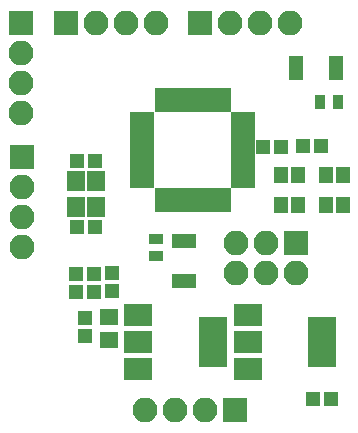
<source format=gbr>
G04 #@! TF.FileFunction,Soldermask,Top*
%FSLAX46Y46*%
G04 Gerber Fmt 4.6, Leading zero omitted, Abs format (unit mm)*
G04 Created by KiCad (PCBNEW 4.0.7) date 11/26/17 09:03:08*
%MOMM*%
%LPD*%
G01*
G04 APERTURE LIST*
%ADD10C,0.100000*%
%ADD11R,1.650000X1.400000*%
%ADD12R,1.150000X1.200000*%
%ADD13R,1.200000X1.150000*%
%ADD14R,2.100000X2.100000*%
%ADD15O,2.100000X2.100000*%
%ADD16R,2.100000X1.300000*%
%ADD17R,1.300000X2.100000*%
%ADD18R,2.000000X0.950000*%
%ADD19R,0.950000X2.000000*%
%ADD20R,2.400000X4.200000*%
%ADD21R,2.400000X1.900000*%
%ADD22R,1.200000X1.400000*%
%ADD23R,1.600000X1.800000*%
%ADD24R,1.300000X0.900000*%
%ADD25R,0.900000X1.300000*%
G04 APERTURE END LIST*
D10*
D11*
X159956500Y-134350000D03*
X159956500Y-132350000D03*
D12*
X157924500Y-132473000D03*
X157924500Y-133973000D03*
D13*
X177177000Y-139319000D03*
X178677000Y-139319000D03*
D12*
X160147000Y-130163000D03*
X160147000Y-128663000D03*
X158623000Y-130226500D03*
X158623000Y-128726500D03*
X157162500Y-130226500D03*
X157162500Y-128726500D03*
D13*
X157238000Y-119126000D03*
X158738000Y-119126000D03*
D14*
X175768000Y-126111000D03*
D15*
X175768000Y-128651000D03*
X173228000Y-126111000D03*
X173228000Y-128651000D03*
X170688000Y-126111000D03*
X170688000Y-128651000D03*
D14*
X170561000Y-140271500D03*
D15*
X168021000Y-140271500D03*
X165481000Y-140271500D03*
X162941000Y-140271500D03*
D14*
X152463500Y-107442000D03*
D15*
X152463500Y-109982000D03*
X152463500Y-112522000D03*
X152463500Y-115062000D03*
D14*
X152527000Y-118808500D03*
D15*
X152527000Y-121348500D03*
X152527000Y-123888500D03*
X152527000Y-126428500D03*
D14*
X167640000Y-107442000D03*
D15*
X170180000Y-107442000D03*
X172720000Y-107442000D03*
X175260000Y-107442000D03*
D14*
X156273500Y-107442000D03*
D15*
X158813500Y-107442000D03*
X161353500Y-107442000D03*
X163893500Y-107442000D03*
D16*
X166306500Y-129335000D03*
X166306500Y-125935000D03*
D17*
X179119000Y-111315500D03*
X175719000Y-111315500D03*
D18*
X162755000Y-115437000D03*
X162755000Y-116237000D03*
X162755000Y-117037000D03*
X162755000Y-117837000D03*
X162755000Y-118637000D03*
X162755000Y-119437000D03*
X162755000Y-120237000D03*
X162755000Y-121037000D03*
D19*
X164205000Y-122487000D03*
X165005000Y-122487000D03*
X165805000Y-122487000D03*
X166605000Y-122487000D03*
X167405000Y-122487000D03*
X168205000Y-122487000D03*
X169005000Y-122487000D03*
X169805000Y-122487000D03*
D18*
X171255000Y-121037000D03*
X171255000Y-120237000D03*
X171255000Y-119437000D03*
X171255000Y-118637000D03*
X171255000Y-117837000D03*
X171255000Y-117037000D03*
X171255000Y-116237000D03*
X171255000Y-115437000D03*
D19*
X169805000Y-113987000D03*
X169005000Y-113987000D03*
X168205000Y-113987000D03*
X167405000Y-113987000D03*
X166605000Y-113987000D03*
X165805000Y-113987000D03*
X165005000Y-113987000D03*
X164205000Y-113987000D03*
D20*
X168694500Y-134493000D03*
D21*
X162394500Y-134493000D03*
X162394500Y-136793000D03*
X162394500Y-132193000D03*
D20*
X177965500Y-134493000D03*
D21*
X171665500Y-134493000D03*
X171665500Y-136793000D03*
X171665500Y-132193000D03*
D22*
X175896500Y-120352500D03*
X175896500Y-122852500D03*
X174496500Y-122852500D03*
X174496500Y-120352500D03*
X179706500Y-120352500D03*
X179706500Y-122852500D03*
X178306500Y-122852500D03*
X178306500Y-120352500D03*
D23*
X157138000Y-120820000D03*
X157138000Y-123020000D03*
X158838000Y-123020000D03*
X158838000Y-120820000D03*
D24*
X163893500Y-127242000D03*
X163893500Y-125742000D03*
D13*
X158738000Y-124777500D03*
X157238000Y-124777500D03*
X174486000Y-117983000D03*
X172986000Y-117983000D03*
D25*
X179312000Y-114173000D03*
X177812000Y-114173000D03*
D13*
X177851500Y-117919500D03*
X176351500Y-117919500D03*
M02*

</source>
